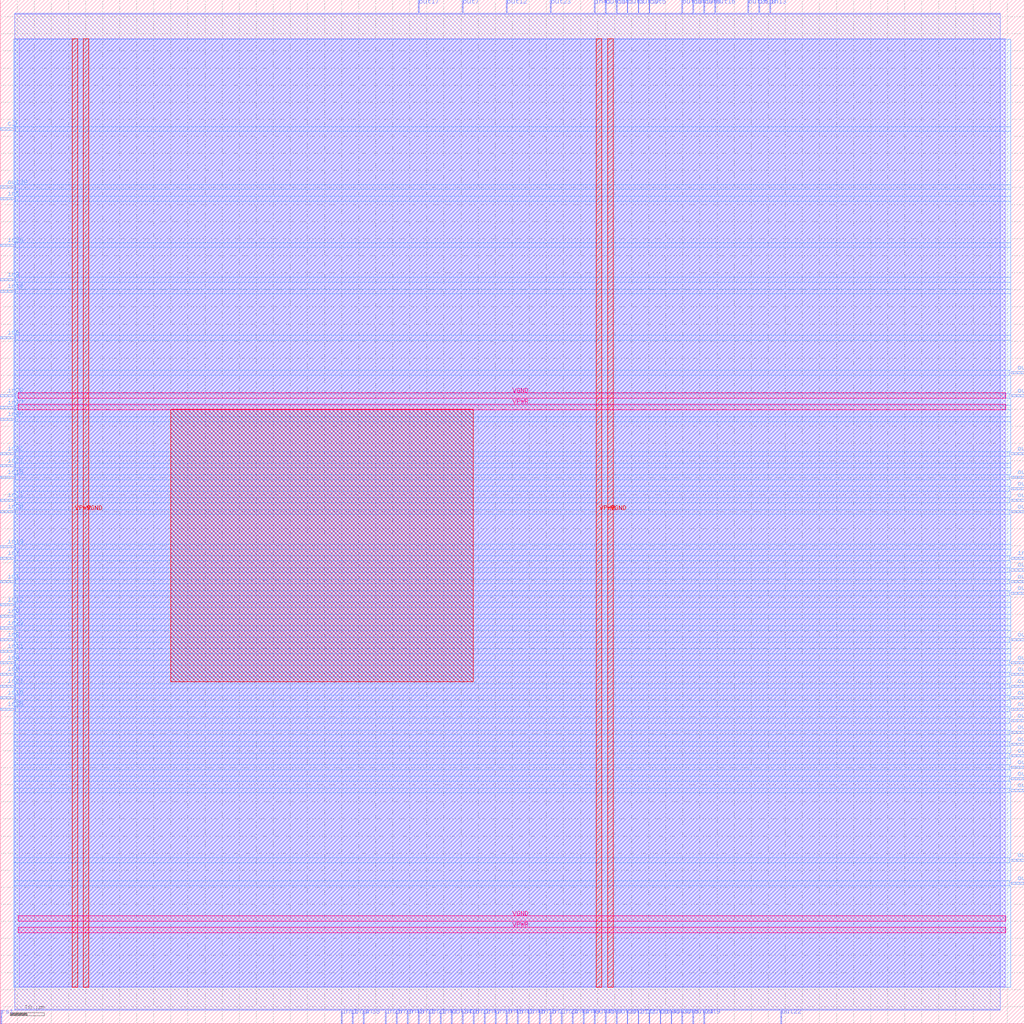
<source format=lef>
VERSION 5.7 ;
  NOWIREEXTENSIONATPIN ON ;
  DIVIDERCHAR "/" ;
  BUSBITCHARS "[]" ;
MACRO netlist_3
  CLASS BLOCK ;
  FOREIGN netlist_3 ;
  ORIGIN 0.000 0.000 ;
  SIZE 300.000 BY 300.000 ;
  PIN VGND
    DIRECTION INOUT ;
    USE GROUND ;
    PORT
      LAYER met4 ;
        RECT 24.340 10.640 25.940 288.560 ;
    END
    PORT
      LAYER met4 ;
        RECT 177.940 10.640 179.540 288.560 ;
    END
    PORT
      LAYER met5 ;
        RECT 5.280 30.030 294.640 31.630 ;
    END
    PORT
      LAYER met5 ;
        RECT 5.280 183.210 294.640 184.810 ;
    END
  END VGND
  PIN VPWR
    DIRECTION INOUT ;
    USE POWER ;
    PORT
      LAYER met4 ;
        RECT 21.040 10.640 22.640 288.560 ;
    END
    PORT
      LAYER met4 ;
        RECT 174.640 10.640 176.240 288.560 ;
    END
    PORT
      LAYER met5 ;
        RECT 5.280 26.730 294.640 28.330 ;
    END
    PORT
      LAYER met5 ;
        RECT 5.280 179.910 294.640 181.510 ;
    END
  END VPWR
  PIN clk
    DIRECTION INPUT ;
    USE SIGNAL ;
    ANTENNAGATEAREA 0.852000 ;
    ANTENNADIFFAREA 0.434700 ;
    PORT
      LAYER met3 ;
        RECT 0.000 261.840 4.000 262.440 ;
    END
  END clk
  PIN in0
    DIRECTION INPUT ;
    USE SIGNAL ;
    ANTENNAGATEAREA 0.196500 ;
    ANTENNADIFFAREA 0.434700 ;
    PORT
      LAYER met3 ;
        RECT 0.000 119.040 4.000 119.640 ;
    END
  END in0
  PIN in1
    DIRECTION INPUT ;
    USE SIGNAL ;
    ANTENNAGATEAREA 0.495000 ;
    ANTENNADIFFAREA 0.434700 ;
    PORT
      LAYER met3 ;
        RECT 0.000 129.240 4.000 129.840 ;
    END
  END in1
  PIN in10
    DIRECTION INPUT ;
    USE SIGNAL ;
    ANTENNAGATEAREA 0.196500 ;
    ANTENNADIFFAREA 0.434700 ;
    PORT
      LAYER met3 ;
        RECT 0.000 95.240 4.000 95.840 ;
    END
  END in10
  PIN in11
    DIRECTION INPUT ;
    USE SIGNAL ;
    ANTENNAGATEAREA 0.196500 ;
    ANTENNADIFFAREA 0.434700 ;
    PORT
      LAYER met3 ;
        RECT 0.000 108.840 4.000 109.440 ;
    END
  END in11
  PIN in12
    DIRECTION INPUT ;
    USE SIGNAL ;
    ANTENNAGATEAREA 0.196500 ;
    ANTENNADIFFAREA 0.434700 ;
    PORT
      LAYER met3 ;
        RECT 0.000 122.440 4.000 123.040 ;
    END
  END in12
  PIN in13
    DIRECTION INPUT ;
    USE SIGNAL ;
    ANTENNAGATEAREA 0.247500 ;
    ANTENNADIFFAREA 0.434700 ;
    PORT
      LAYER met2 ;
        RECT 225.490 296.000 225.770 300.000 ;
    END
  END in13
  PIN in14
    DIRECTION INPUT ;
    USE SIGNAL ;
    ANTENNAGATEAREA 0.213000 ;
    ANTENNADIFFAREA 0.434700 ;
    PORT
      LAYER met3 ;
        RECT 0.000 214.240 4.000 214.840 ;
    END
  END in14
  PIN in15
    DIRECTION INPUT ;
    USE SIGNAL ;
    ANTENNAGATEAREA 0.159000 ;
    ANTENNADIFFAREA 0.434700 ;
    PORT
      LAYER met3 ;
        RECT 0.000 159.840 4.000 160.440 ;
    END
  END in15
  PIN in16
    DIRECTION INPUT ;
    USE SIGNAL ;
    ANTENNAGATEAREA 0.196500 ;
    ANTENNADIFFAREA 0.434700 ;
    PORT
      LAYER met2 ;
        RECT 157.870 0.000 158.150 4.000 ;
    END
  END in16
  PIN in17
    DIRECTION INPUT ;
    USE SIGNAL ;
    ANTENNAGATEAREA 0.196500 ;
    ANTENNADIFFAREA 0.434700 ;
    PORT
      LAYER met3 ;
        RECT 0.000 180.240 4.000 180.840 ;
    END
  END in17
  PIN in18
    DIRECTION INPUT ;
    USE SIGNAL ;
    ANTENNAGATEAREA 0.159000 ;
    ANTENNADIFFAREA 0.434700 ;
    PORT
      LAYER met2 ;
        RECT 222.270 296.000 222.550 300.000 ;
    END
  END in18
  PIN in19
    DIRECTION INPUT ;
    USE SIGNAL ;
    ANTENNAGATEAREA 0.159000 ;
    ANTENNADIFFAREA 0.434700 ;
    PORT
      LAYER met3 ;
        RECT 0.000 139.440 4.000 140.040 ;
    END
  END in19
  PIN in2
    DIRECTION INPUT ;
    USE SIGNAL ;
    ANTENNAGATEAREA 0.126000 ;
    ANTENNADIFFAREA 0.434700 ;
    PORT
      LAYER met2 ;
        RECT 161.090 0.000 161.370 4.000 ;
    END
  END in2
  PIN in20
    DIRECTION INPUT ;
    USE SIGNAL ;
    ANTENNAGATEAREA 0.159000 ;
    ANTENNADIFFAREA 0.434700 ;
    PORT
      LAYER met3 ;
        RECT 0.000 227.840 4.000 228.440 ;
    END
  END in20
  PIN in21
    DIRECTION INPUT ;
    USE SIGNAL ;
    ANTENNAGATEAREA 0.196500 ;
    ANTENNADIFFAREA 0.434700 ;
    PORT
      LAYER met2 ;
        RECT 125.670 0.000 125.950 4.000 ;
    END
  END in21
  PIN in22
    DIRECTION INPUT ;
    USE SIGNAL ;
    ANTENNAGATEAREA 0.196500 ;
    ANTENNADIFFAREA 0.434700 ;
    PORT
      LAYER met2 ;
        RECT 186.850 0.000 187.130 4.000 ;
    END
  END in22
  PIN in23
    DIRECTION INPUT ;
    USE SIGNAL ;
    ANTENNAGATEAREA 0.159000 ;
    ANTENNADIFFAREA 0.434700 ;
    PORT
      LAYER met3 ;
        RECT 0.000 166.640 4.000 167.240 ;
    END
  END in23
  PIN in24
    DIRECTION INPUT ;
    USE SIGNAL ;
    ANTENNAGATEAREA 0.196500 ;
    ANTENNADIFFAREA 0.434700 ;
    PORT
      LAYER met2 ;
        RECT 164.310 0.000 164.590 4.000 ;
    END
  END in24
  PIN in25
    DIRECTION INPUT ;
    USE SIGNAL ;
    ANTENNAGATEAREA 0.196500 ;
    ANTENNADIFFAREA 0.434700 ;
    PORT
      LAYER met2 ;
        RECT 112.790 0.000 113.070 4.000 ;
    END
  END in25
  PIN in26
    DIRECTION INPUT ;
    USE SIGNAL ;
    ANTENNAGATEAREA 0.196500 ;
    ANTENNADIFFAREA 0.434700 ;
    PORT
      LAYER met3 ;
        RECT 0.000 149.640 4.000 150.240 ;
    END
  END in26
  PIN in27
    DIRECTION INPUT ;
    USE SIGNAL ;
    ANTENNAGATEAREA 0.196500 ;
    ANTENNADIFFAREA 0.434700 ;
    PORT
      LAYER met3 ;
        RECT 0.000 98.640 4.000 99.240 ;
    END
  END in27
  PIN in28
    DIRECTION INPUT ;
    USE SIGNAL ;
    ANTENNAGATEAREA 0.196500 ;
    ANTENNADIFFAREA 0.434700 ;
    PORT
      LAYER met3 ;
        RECT 0.000 183.640 4.000 184.240 ;
    END
  END in28
  PIN in29
    DIRECTION INPUT ;
    USE SIGNAL ;
    ANTENNAGATEAREA 0.196500 ;
    ANTENNADIFFAREA 0.434700 ;
    PORT
      LAYER met3 ;
        RECT 0.000 115.640 4.000 116.240 ;
    END
  END in29
  PIN in3
    DIRECTION INPUT ;
    USE SIGNAL ;
    ANTENNAGATEAREA 0.196500 ;
    ANTENNADIFFAREA 0.434700 ;
    PORT
      LAYER met3 ;
        RECT 0.000 217.640 4.000 218.240 ;
    END
  END in3
  PIN in30
    DIRECTION INPUT ;
    USE SIGNAL ;
    ANTENNAGATEAREA 0.213000 ;
    ANTENNADIFFAREA 0.434700 ;
    PORT
      LAYER met2 ;
        RECT 116.010 0.000 116.290 4.000 ;
    END
  END in30
  PIN in31
    DIRECTION INPUT ;
    USE SIGNAL ;
    ANTENNAGATEAREA 0.196500 ;
    ANTENNADIFFAREA 0.434700 ;
    PORT
      LAYER met2 ;
        RECT 122.450 0.000 122.730 4.000 ;
    END
  END in31
  PIN in32
    DIRECTION INPUT ;
    USE SIGNAL ;
    ANTENNAGATEAREA 0.196500 ;
    ANTENNADIFFAREA 0.434700 ;
    PORT
      LAYER met2 ;
        RECT 138.550 0.000 138.830 4.000 ;
    END
  END in32
  PIN in33
    DIRECTION INPUT ;
    USE SIGNAL ;
    ANTENNAGATEAREA 0.196500 ;
    ANTENNADIFFAREA 0.434700 ;
    PORT
      LAYER met3 ;
        RECT 0.000 153.040 4.000 153.640 ;
    END
  END in33
  PIN in34
    DIRECTION INPUT ;
    USE SIGNAL ;
    ANTENNAGATEAREA 0.196500 ;
    ANTENNADIFFAREA 0.434700 ;
    PORT
      LAYER met2 ;
        RECT 103.130 0.000 103.410 4.000 ;
    END
  END in34
  PIN in35
    DIRECTION INPUT ;
    USE SIGNAL ;
    ANTENNAGATEAREA 0.196500 ;
    ANTENNADIFFAREA 0.434700 ;
    PORT
      LAYER met3 ;
        RECT 0.000 91.840 4.000 92.440 ;
    END
  END in35
  PIN in36
    DIRECTION INPUT ;
    USE SIGNAL ;
    ANTENNAGATEAREA 0.196500 ;
    ANTENNADIFFAREA 0.434700 ;
    PORT
      LAYER met2 ;
        RECT 135.330 0.000 135.610 4.000 ;
    END
  END in36
  PIN in37
    DIRECTION INPUT ;
    USE SIGNAL ;
    ANTENNAGATEAREA 0.196500 ;
    ANTENNADIFFAREA 0.434700 ;
    PORT
      LAYER met3 ;
        RECT 0.000 163.240 4.000 163.840 ;
    END
  END in37
  PIN in38
    DIRECTION INPUT ;
    USE SIGNAL ;
    ANTENNAGATEAREA 0.213000 ;
    ANTENNADIFFAREA 0.434700 ;
    PORT
      LAYER met2 ;
        RECT 106.350 0.000 106.630 4.000 ;
    END
  END in38
  PIN in39
    DIRECTION INPUT ;
    USE SIGNAL ;
    ANTENNAGATEAREA 0.126000 ;
    ANTENNADIFFAREA 0.434700 ;
    PORT
      LAYER met3 ;
        RECT 296.000 136.040 300.000 136.640 ;
    END
  END in39
  PIN in4
    DIRECTION INPUT ;
    USE SIGNAL ;
    ANTENNAGATEAREA 0.196500 ;
    ANTENNADIFFAREA 0.434700 ;
    PORT
      LAYER met3 ;
        RECT 0.000 105.440 4.000 106.040 ;
    END
  END in4
  PIN in40
    DIRECTION INPUT ;
    USE SIGNAL ;
    ANTENNAGATEAREA 0.159000 ;
    ANTENNADIFFAREA 0.434700 ;
    PORT
      LAYER met3 ;
        RECT 0.000 176.840 4.000 177.440 ;
    END
  END in40
  PIN in41
    DIRECTION INPUT ;
    USE SIGNAL ;
    ANTENNAGATEAREA 0.159000 ;
    ANTENNADIFFAREA 0.434700 ;
    PORT
      LAYER met2 ;
        RECT 173.970 296.000 174.250 300.000 ;
    END
  END in41
  PIN in42
    DIRECTION INPUT ;
    USE SIGNAL ;
    ANTENNAGATEAREA 0.196500 ;
    ANTENNADIFFAREA 0.434700 ;
    PORT
      LAYER met2 ;
        RECT 128.890 0.000 129.170 4.000 ;
    END
  END in42
  PIN in43
    DIRECTION INPUT ;
    USE SIGNAL ;
    ANTENNAGATEAREA 0.196500 ;
    ANTENNADIFFAREA 0.434700 ;
    PORT
      LAYER met2 ;
        RECT 151.430 0.000 151.710 4.000 ;
    END
  END in43
  PIN in44
    DIRECTION INPUT ;
    USE SIGNAL ;
    ANTENNAGATEAREA 0.196500 ;
    ANTENNADIFFAREA 0.434700 ;
    PORT
      LAYER met2 ;
        RECT 167.530 0.000 167.810 4.000 ;
    END
  END in44
  PIN in45
    DIRECTION INPUT ;
    USE SIGNAL ;
    ANTENNAGATEAREA 0.196500 ;
    ANTENNADIFFAREA 0.434700 ;
    PORT
      LAYER met2 ;
        RECT 148.210 0.000 148.490 4.000 ;
    END
  END in45
  PIN in46
    DIRECTION INPUT ;
    USE SIGNAL ;
    ANTENNAGATEAREA 0.196500 ;
    ANTENNADIFFAREA 0.434700 ;
    PORT
      LAYER met2 ;
        RECT 154.650 0.000 154.930 4.000 ;
    END
  END in46
  PIN in47
    DIRECTION INPUT ;
    USE SIGNAL ;
    ANTENNAGATEAREA 0.196500 ;
    ANTENNADIFFAREA 0.434700 ;
    PORT
      LAYER met2 ;
        RECT 141.770 0.000 142.050 4.000 ;
    END
  END in47
  PIN in48
    DIRECTION INPUT ;
    USE SIGNAL ;
    ANTENNAGATEAREA 0.196500 ;
    ANTENNADIFFAREA 0.434700 ;
    PORT
      LAYER met2 ;
        RECT 119.230 0.000 119.510 4.000 ;
    END
  END in48
  PIN in49
    DIRECTION INPUT ;
    USE SIGNAL ;
    ANTENNAGATEAREA 0.196500 ;
    ANTENNADIFFAREA 0.434700 ;
    PORT
      LAYER met2 ;
        RECT 170.750 0.000 171.030 4.000 ;
    END
  END in49
  PIN in5
    DIRECTION INPUT ;
    USE SIGNAL ;
    ANTENNAGATEAREA 0.159000 ;
    ANTENNADIFFAREA 0.434700 ;
    PORT
      LAYER met3 ;
        RECT 0.000 241.440 4.000 242.040 ;
    END
  END in5
  PIN in50
    DIRECTION INPUT ;
    USE SIGNAL ;
    ANTENNAGATEAREA 0.196500 ;
    ANTENNADIFFAREA 0.434700 ;
    PORT
      LAYER met2 ;
        RECT 144.990 0.000 145.270 4.000 ;
    END
  END in50
  PIN in51
    DIRECTION INPUT ;
    USE SIGNAL ;
    ANTENNAGATEAREA 0.159000 ;
    ANTENNADIFFAREA 0.434700 ;
    PORT
      LAYER met2 ;
        RECT 99.910 0.000 100.190 4.000 ;
    END
  END in51
  PIN in6
    DIRECTION INPUT ;
    USE SIGNAL ;
    ANTENNAGATEAREA 0.159000 ;
    ANTENNADIFFAREA 0.434700 ;
    PORT
      LAYER met3 ;
        RECT 0.000 200.640 4.000 201.240 ;
    END
  END in6
  PIN in7
    DIRECTION INPUT ;
    USE SIGNAL ;
    ANTENNAGATEAREA 0.247500 ;
    ANTENNADIFFAREA 0.434700 ;
    PORT
      LAYER met3 ;
        RECT 0.000 136.040 4.000 136.640 ;
    END
  END in7
  PIN in8
    DIRECTION INPUT ;
    USE SIGNAL ;
    ANTENNAGATEAREA 0.196500 ;
    ANTENNADIFFAREA 0.434700 ;
    PORT
      LAYER met3 ;
        RECT 0.000 112.240 4.000 112.840 ;
    END
  END in8
  PIN in9
    DIRECTION INPUT ;
    USE SIGNAL ;
    ANTENNAGATEAREA 0.126000 ;
    ANTENNADIFFAREA 0.434700 ;
    PORT
      LAYER met3 ;
        RECT 0.000 102.040 4.000 102.640 ;
    END
  END in9
  PIN out0
    DIRECTION OUTPUT ;
    USE SIGNAL ;
    ANTENNADIFFAREA 0.445500 ;
    PORT
      LAYER met2 ;
        RECT 177.190 0.000 177.470 4.000 ;
    END
  END out0
  PIN out1
    DIRECTION OUTPUT ;
    USE SIGNAL ;
    ANTENNADIFFAREA 0.795200 ;
    PORT
      LAYER met2 ;
        RECT 180.410 296.000 180.690 300.000 ;
    END
  END out1
  PIN out10
    DIRECTION OUTPUT ;
    USE SIGNAL ;
    ANTENNADIFFAREA 0.795200 ;
    PORT
      LAYER met2 ;
        RECT 186.850 296.000 187.130 300.000 ;
    END
  END out10
  PIN out11
    DIRECTION OUTPUT ;
    USE SIGNAL ;
    ANTENNADIFFAREA 0.445500 ;
    PORT
      LAYER met3 ;
        RECT 296.000 98.640 300.000 99.240 ;
    END
  END out11
  PIN out12
    DIRECTION OUTPUT ;
    USE SIGNAL ;
    ANTENNADIFFAREA 0.795200 ;
    PORT
      LAYER met2 ;
        RECT 148.210 296.000 148.490 300.000 ;
    END
  END out12
  PIN out13
    DIRECTION OUTPUT ;
    USE SIGNAL ;
    ANTENNADIFFAREA 0.445500 ;
    PORT
      LAYER met3 ;
        RECT 296.000 88.440 300.000 89.040 ;
    END
  END out13
  PIN out14
    DIRECTION OUTPUT ;
    USE SIGNAL ;
    ANTENNADIFFAREA 0.445500 ;
    PORT
      LAYER met3 ;
        RECT 296.000 85.040 300.000 85.640 ;
    END
  END out14
  PIN out15
    DIRECTION OUTPUT ;
    USE SIGNAL ;
    ANTENNADIFFAREA 0.795200 ;
    PORT
      LAYER met2 ;
        RECT 177.190 296.000 177.470 300.000 ;
    END
  END out15
  PIN out16
    DIRECTION OUTPUT ;
    USE SIGNAL ;
    ANTENNADIFFAREA 0.795200 ;
    PORT
      LAYER met2 ;
        RECT 209.390 296.000 209.670 300.000 ;
    END
  END out16
  PIN out17
    DIRECTION OUTPUT ;
    USE SIGNAL ;
    ANTENNADIFFAREA 0.795200 ;
    PORT
      LAYER met2 ;
        RECT 122.450 296.000 122.730 300.000 ;
    END
  END out17
  PIN out18
    DIRECTION OUTPUT ;
    USE SIGNAL ;
    ANTENNADIFFAREA 0.795200 ;
    PORT
      LAYER met2 ;
        RECT 199.730 296.000 200.010 300.000 ;
    END
  END out18
  PIN out19
    DIRECTION OUTPUT ;
    USE SIGNAL ;
    ANTENNADIFFAREA 0.795200 ;
    PORT
      LAYER met2 ;
        RECT 202.950 296.000 203.230 300.000 ;
    END
  END out19
  PIN out2
    DIRECTION OUTPUT ;
    USE SIGNAL ;
    ANTENNADIFFAREA 0.445500 ;
    PORT
      LAYER met3 ;
        RECT 296.000 125.840 300.000 126.440 ;
    END
  END out2
  PIN out20
    DIRECTION OUTPUT ;
    USE SIGNAL ;
    ANTENNADIFFAREA 0.445500 ;
    PORT
      LAYER met2 ;
        RECT 180.410 0.000 180.690 4.000 ;
    END
  END out20
  PIN out21
    DIRECTION OUTPUT ;
    USE SIGNAL ;
    ANTENNADIFFAREA 0.445500 ;
    PORT
      LAYER met2 ;
        RECT 183.630 0.000 183.910 4.000 ;
    END
  END out21
  PIN out22
    DIRECTION OUTPUT ;
    USE SIGNAL ;
    ANTENNADIFFAREA 0.445500 ;
    PORT
      LAYER met2 ;
        RECT 228.710 0.000 228.990 4.000 ;
    END
  END out22
  PIN out23
    DIRECTION OUTPUT ;
    USE SIGNAL ;
    ANTENNADIFFAREA 0.795200 ;
    PORT
      LAYER met2 ;
        RECT 161.090 296.000 161.370 300.000 ;
    END
  END out23
  PIN out24
    DIRECTION OUTPUT ;
    USE SIGNAL ;
    ANTENNADIFFAREA 0.445500 ;
    PORT
      LAYER met2 ;
        RECT 202.950 0.000 203.230 4.000 ;
    END
  END out24
  PIN out25
    DIRECTION OUTPUT ;
    USE SIGNAL ;
    ANTENNADIFFAREA 0.445500 ;
    PORT
      LAYER met3 ;
        RECT 296.000 183.640 300.000 184.240 ;
    END
  END out25
  PIN out26
    DIRECTION OUTPUT ;
    USE SIGNAL ;
    ANTENNADIFFAREA 0.795200 ;
    PORT
      LAYER met2 ;
        RECT 219.050 296.000 219.330 300.000 ;
    END
  END out26
  PIN out27
    DIRECTION OUTPUT ;
    USE SIGNAL ;
    ANTENNADIFFAREA 0.340600 ;
    PORT
      LAYER met3 ;
        RECT 296.000 156.440 300.000 157.040 ;
    END
  END out27
  PIN out28
    DIRECTION OUTPUT ;
    USE SIGNAL ;
    ANTENNADIFFAREA 0.445500 ;
    PORT
      LAYER met3 ;
        RECT 296.000 112.240 300.000 112.840 ;
    END
  END out28
  PIN out29
    DIRECTION OUTPUT ;
    USE SIGNAL ;
    ANTENNADIFFAREA 0.445500 ;
    PORT
      LAYER met3 ;
        RECT 296.000 129.240 300.000 129.840 ;
    END
  END out29
  PIN out3
    DIRECTION OUTPUT ;
    USE SIGNAL ;
    ANTENNADIFFAREA 0.795200 ;
    PORT
      LAYER met2 ;
        RECT 183.630 296.000 183.910 300.000 ;
    END
  END out3
  PIN out30
    DIRECTION OUTPUT ;
    USE SIGNAL ;
    ANTENNADIFFAREA 0.445500 ;
    PORT
      LAYER met2 ;
        RECT 196.510 0.000 196.790 4.000 ;
    END
  END out30
  PIN out31
    DIRECTION OUTPUT ;
    USE SIGNAL ;
    ANTENNADIFFAREA 0.445500 ;
    PORT
      LAYER met3 ;
        RECT 296.000 40.840 300.000 41.440 ;
    END
  END out31
  PIN out32
    DIRECTION OUTPUT ;
    USE SIGNAL ;
    ANTENNADIFFAREA 0.445500 ;
    PORT
      LAYER met3 ;
        RECT 296.000 102.040 300.000 102.640 ;
    END
  END out32
  PIN out33
    DIRECTION OUTPUT ;
    USE SIGNAL ;
    ANTENNADIFFAREA 0.445500 ;
    PORT
      LAYER met3 ;
        RECT 296.000 91.840 300.000 92.440 ;
    END
  END out33
  PIN out34
    DIRECTION OUTPUT ;
    USE SIGNAL ;
    ANTENNADIFFAREA 0.445500 ;
    PORT
      LAYER met2 ;
        RECT 132.110 0.000 132.390 4.000 ;
    END
  END out34
  PIN out35
    DIRECTION OUTPUT ;
    USE SIGNAL ;
    ANTENNADIFFAREA 0.445500 ;
    PORT
      LAYER met2 ;
        RECT 190.070 0.000 190.350 4.000 ;
    END
  END out35
  PIN out36
    DIRECTION OUTPUT ;
    USE SIGNAL ;
    ANTENNADIFFAREA 0.445500 ;
    PORT
      LAYER met3 ;
        RECT 296.000 190.440 300.000 191.040 ;
    END
  END out36
  PIN out37
    DIRECTION OUTPUT ;
    USE SIGNAL ;
    ANTENNADIFFAREA 0.340600 ;
    PORT
      LAYER met3 ;
        RECT 296.000 166.640 300.000 167.240 ;
    END
  END out37
  PIN out38
    DIRECTION OUTPUT ;
    USE SIGNAL ;
    ANTENNADIFFAREA 0.340600 ;
    PORT
      LAYER met3 ;
        RECT 296.000 159.840 300.000 160.440 ;
    END
  END out38
  PIN out39
    DIRECTION OUTPUT ;
    USE SIGNAL ;
    ANTENNADIFFAREA 0.445500 ;
    PORT
      LAYER met3 ;
        RECT 0.000 244.840 4.000 245.440 ;
    END
  END out39
  PIN out4
    DIRECTION OUTPUT ;
    USE SIGNAL ;
    ANTENNADIFFAREA 0.445500 ;
    PORT
      LAYER met3 ;
        RECT 296.000 132.640 300.000 133.240 ;
    END
  END out4
  PIN out40
    DIRECTION OUTPUT ;
    USE SIGNAL ;
    ANTENNADIFFAREA 0.445500 ;
    PORT
      LAYER met2 ;
        RECT 193.290 0.000 193.570 4.000 ;
    END
  END out40
  PIN out41
    DIRECTION OUTPUT ;
    USE SIGNAL ;
    ANTENNADIFFAREA 0.445500 ;
    PORT
      LAYER met3 ;
        RECT 296.000 95.240 300.000 95.840 ;
    END
  END out41
  PIN out42
    DIRECTION OUTPUT ;
    USE SIGNAL ;
    ANTENNADIFFAREA 0.445500 ;
    PORT
      LAYER met3 ;
        RECT 296.000 74.840 300.000 75.440 ;
    END
  END out42
  PIN out43
    DIRECTION OUTPUT ;
    USE SIGNAL ;
    ANTENNADIFFAREA 0.445500 ;
    PORT
      LAYER met3 ;
        RECT 296.000 81.640 300.000 82.240 ;
    END
  END out43
  PIN out44
    DIRECTION OUTPUT ;
    USE SIGNAL ;
    ANTENNADIFFAREA 0.445500 ;
    PORT
      LAYER met3 ;
        RECT 296.000 47.640 300.000 48.240 ;
    END
  END out44
  PIN out45
    DIRECTION OUTPUT ;
    USE SIGNAL ;
    ANTENNADIFFAREA 0.445500 ;
    PORT
      LAYER met2 ;
        RECT 173.970 0.000 174.250 4.000 ;
    END
  END out45
  PIN out46
    DIRECTION OUTPUT ;
    USE SIGNAL ;
    ANTENNADIFFAREA 0.445500 ;
    PORT
      LAYER met3 ;
        RECT 296.000 153.040 300.000 153.640 ;
    END
  END out46
  PIN out47
    DIRECTION OUTPUT ;
    USE SIGNAL ;
    ANTENNADIFFAREA 0.445500 ;
    PORT
      LAYER met3 ;
        RECT 296.000 149.640 300.000 150.240 ;
    END
  END out47
  PIN out48
    DIRECTION OUTPUT ;
    USE SIGNAL ;
    ANTENNADIFFAREA 0.445500 ;
    PORT
      LAYER met3 ;
        RECT 296.000 68.040 300.000 68.640 ;
    END
  END out48
  PIN out49
    DIRECTION OUTPUT ;
    USE SIGNAL ;
    ANTENNADIFFAREA 0.445500 ;
    PORT
      LAYER met3 ;
        RECT 296.000 78.240 300.000 78.840 ;
    END
  END out49
  PIN out5
    DIRECTION OUTPUT ;
    USE SIGNAL ;
    ANTENNADIFFAREA 0.795200 ;
    PORT
      LAYER met2 ;
        RECT 190.070 296.000 190.350 300.000 ;
    END
  END out5
  PIN out50
    DIRECTION OUTPUT ;
    USE SIGNAL ;
    ANTENNADIFFAREA 0.445500 ;
    PORT
      LAYER met3 ;
        RECT 296.000 71.440 300.000 72.040 ;
    END
  END out50
  PIN out51
    DIRECTION OUTPUT ;
    USE SIGNAL ;
    ANTENNADIFFAREA 0.445500 ;
    PORT
      LAYER met3 ;
        RECT 296.000 105.440 300.000 106.040 ;
    END
  END out51
  PIN out6
    DIRECTION OUTPUT ;
    USE SIGNAL ;
    ANTENNADIFFAREA 0.445500 ;
    PORT
      LAYER met2 ;
        RECT 199.730 0.000 200.010 4.000 ;
    END
  END out6
  PIN out7
    DIRECTION OUTPUT ;
    USE SIGNAL ;
    ANTENNADIFFAREA 0.795200 ;
    PORT
      LAYER met2 ;
        RECT 135.330 296.000 135.610 300.000 ;
    END
  END out7
  PIN out8
    DIRECTION OUTPUT ;
    USE SIGNAL ;
    ANTENNADIFFAREA 0.795200 ;
    PORT
      LAYER met2 ;
        RECT 206.170 296.000 206.450 300.000 ;
    END
  END out8
  PIN out9
    DIRECTION OUTPUT ;
    USE SIGNAL ;
    ANTENNADIFFAREA 0.445500 ;
    PORT
      LAYER met2 ;
        RECT 206.170 0.000 206.450 4.000 ;
    END
  END out9
  PIN rst
    DIRECTION INPUT ;
    USE SIGNAL ;
    PORT
      LAYER met2 ;
        RECT 0.090 0.000 0.370 4.000 ;
    END
  END rst
  OBS
      LAYER li1 ;
        RECT 5.520 10.795 294.400 288.405 ;
      LAYER met1 ;
        RECT 4.210 10.640 294.400 288.560 ;
      LAYER met2 ;
        RECT 4.230 295.720 122.170 296.000 ;
        RECT 123.010 295.720 135.050 296.000 ;
        RECT 135.890 295.720 147.930 296.000 ;
        RECT 148.770 295.720 160.810 296.000 ;
        RECT 161.650 295.720 173.690 296.000 ;
        RECT 174.530 295.720 176.910 296.000 ;
        RECT 177.750 295.720 180.130 296.000 ;
        RECT 180.970 295.720 183.350 296.000 ;
        RECT 184.190 295.720 186.570 296.000 ;
        RECT 187.410 295.720 189.790 296.000 ;
        RECT 190.630 295.720 199.450 296.000 ;
        RECT 200.290 295.720 202.670 296.000 ;
        RECT 203.510 295.720 205.890 296.000 ;
        RECT 206.730 295.720 209.110 296.000 ;
        RECT 209.950 295.720 218.770 296.000 ;
        RECT 219.610 295.720 221.990 296.000 ;
        RECT 222.830 295.720 225.210 296.000 ;
        RECT 226.050 295.720 292.930 296.000 ;
        RECT 4.230 4.280 292.930 295.720 ;
        RECT 4.230 4.000 99.630 4.280 ;
        RECT 100.470 4.000 102.850 4.280 ;
        RECT 103.690 4.000 106.070 4.280 ;
        RECT 106.910 4.000 112.510 4.280 ;
        RECT 113.350 4.000 115.730 4.280 ;
        RECT 116.570 4.000 118.950 4.280 ;
        RECT 119.790 4.000 122.170 4.280 ;
        RECT 123.010 4.000 125.390 4.280 ;
        RECT 126.230 4.000 128.610 4.280 ;
        RECT 129.450 4.000 131.830 4.280 ;
        RECT 132.670 4.000 135.050 4.280 ;
        RECT 135.890 4.000 138.270 4.280 ;
        RECT 139.110 4.000 141.490 4.280 ;
        RECT 142.330 4.000 144.710 4.280 ;
        RECT 145.550 4.000 147.930 4.280 ;
        RECT 148.770 4.000 151.150 4.280 ;
        RECT 151.990 4.000 154.370 4.280 ;
        RECT 155.210 4.000 157.590 4.280 ;
        RECT 158.430 4.000 160.810 4.280 ;
        RECT 161.650 4.000 164.030 4.280 ;
        RECT 164.870 4.000 167.250 4.280 ;
        RECT 168.090 4.000 170.470 4.280 ;
        RECT 171.310 4.000 173.690 4.280 ;
        RECT 174.530 4.000 176.910 4.280 ;
        RECT 177.750 4.000 180.130 4.280 ;
        RECT 180.970 4.000 183.350 4.280 ;
        RECT 184.190 4.000 186.570 4.280 ;
        RECT 187.410 4.000 189.790 4.280 ;
        RECT 190.630 4.000 193.010 4.280 ;
        RECT 193.850 4.000 196.230 4.280 ;
        RECT 197.070 4.000 199.450 4.280 ;
        RECT 200.290 4.000 202.670 4.280 ;
        RECT 203.510 4.000 205.890 4.280 ;
        RECT 206.730 4.000 228.430 4.280 ;
        RECT 229.270 4.000 292.930 4.280 ;
      LAYER met3 ;
        RECT 3.990 262.840 296.000 288.485 ;
        RECT 4.400 261.440 296.000 262.840 ;
        RECT 3.990 245.840 296.000 261.440 ;
        RECT 4.400 244.440 296.000 245.840 ;
        RECT 3.990 242.440 296.000 244.440 ;
        RECT 4.400 241.040 296.000 242.440 ;
        RECT 3.990 228.840 296.000 241.040 ;
        RECT 4.400 227.440 296.000 228.840 ;
        RECT 3.990 218.640 296.000 227.440 ;
        RECT 4.400 217.240 296.000 218.640 ;
        RECT 3.990 215.240 296.000 217.240 ;
        RECT 4.400 213.840 296.000 215.240 ;
        RECT 3.990 201.640 296.000 213.840 ;
        RECT 4.400 200.240 296.000 201.640 ;
        RECT 3.990 191.440 296.000 200.240 ;
        RECT 3.990 190.040 295.600 191.440 ;
        RECT 3.990 184.640 296.000 190.040 ;
        RECT 4.400 183.240 295.600 184.640 ;
        RECT 3.990 181.240 296.000 183.240 ;
        RECT 4.400 179.840 296.000 181.240 ;
        RECT 3.990 177.840 296.000 179.840 ;
        RECT 4.400 176.440 296.000 177.840 ;
        RECT 3.990 167.640 296.000 176.440 ;
        RECT 4.400 166.240 295.600 167.640 ;
        RECT 3.990 164.240 296.000 166.240 ;
        RECT 4.400 162.840 296.000 164.240 ;
        RECT 3.990 160.840 296.000 162.840 ;
        RECT 4.400 159.440 295.600 160.840 ;
        RECT 3.990 157.440 296.000 159.440 ;
        RECT 3.990 156.040 295.600 157.440 ;
        RECT 3.990 154.040 296.000 156.040 ;
        RECT 4.400 152.640 295.600 154.040 ;
        RECT 3.990 150.640 296.000 152.640 ;
        RECT 4.400 149.240 295.600 150.640 ;
        RECT 3.990 140.440 296.000 149.240 ;
        RECT 4.400 139.040 296.000 140.440 ;
        RECT 3.990 137.040 296.000 139.040 ;
        RECT 4.400 135.640 295.600 137.040 ;
        RECT 3.990 133.640 296.000 135.640 ;
        RECT 3.990 132.240 295.600 133.640 ;
        RECT 3.990 130.240 296.000 132.240 ;
        RECT 4.400 128.840 295.600 130.240 ;
        RECT 3.990 126.840 296.000 128.840 ;
        RECT 3.990 125.440 295.600 126.840 ;
        RECT 3.990 123.440 296.000 125.440 ;
        RECT 4.400 122.040 296.000 123.440 ;
        RECT 3.990 120.040 296.000 122.040 ;
        RECT 4.400 118.640 296.000 120.040 ;
        RECT 3.990 116.640 296.000 118.640 ;
        RECT 4.400 115.240 296.000 116.640 ;
        RECT 3.990 113.240 296.000 115.240 ;
        RECT 4.400 111.840 295.600 113.240 ;
        RECT 3.990 109.840 296.000 111.840 ;
        RECT 4.400 108.440 296.000 109.840 ;
        RECT 3.990 106.440 296.000 108.440 ;
        RECT 4.400 105.040 295.600 106.440 ;
        RECT 3.990 103.040 296.000 105.040 ;
        RECT 4.400 101.640 295.600 103.040 ;
        RECT 3.990 99.640 296.000 101.640 ;
        RECT 4.400 98.240 295.600 99.640 ;
        RECT 3.990 96.240 296.000 98.240 ;
        RECT 4.400 94.840 295.600 96.240 ;
        RECT 3.990 92.840 296.000 94.840 ;
        RECT 4.400 91.440 295.600 92.840 ;
        RECT 3.990 89.440 296.000 91.440 ;
        RECT 3.990 88.040 295.600 89.440 ;
        RECT 3.990 86.040 296.000 88.040 ;
        RECT 3.990 84.640 295.600 86.040 ;
        RECT 3.990 82.640 296.000 84.640 ;
        RECT 3.990 81.240 295.600 82.640 ;
        RECT 3.990 79.240 296.000 81.240 ;
        RECT 3.990 77.840 295.600 79.240 ;
        RECT 3.990 75.840 296.000 77.840 ;
        RECT 3.990 74.440 295.600 75.840 ;
        RECT 3.990 72.440 296.000 74.440 ;
        RECT 3.990 71.040 295.600 72.440 ;
        RECT 3.990 69.040 296.000 71.040 ;
        RECT 3.990 67.640 295.600 69.040 ;
        RECT 3.990 48.640 296.000 67.640 ;
        RECT 3.990 47.240 295.600 48.640 ;
        RECT 3.990 41.840 296.000 47.240 ;
        RECT 3.990 40.440 295.600 41.840 ;
        RECT 3.990 10.715 296.000 40.440 ;
      LAYER met4 ;
        RECT 49.975 100.135 138.625 180.025 ;
  END
END netlist_3
END LIBRARY


</source>
